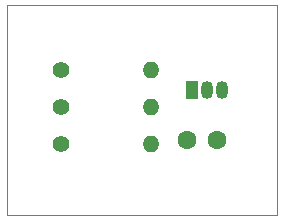
<source format=gbr>
G04 #@! TF.GenerationSoftware,KiCad,Pcbnew,(5.1.2)-2*
G04 #@! TF.CreationDate,2019-08-09T21:51:25-03:00*
G04 #@! TF.ProjectId,Minicurso IEEE,4d696e69-6375-4727-936f-20494545452e,rev?*
G04 #@! TF.SameCoordinates,Original*
G04 #@! TF.FileFunction,Copper,L2,Bot*
G04 #@! TF.FilePolarity,Positive*
%FSLAX46Y46*%
G04 Gerber Fmt 4.6, Leading zero omitted, Abs format (unit mm)*
G04 Created by KiCad (PCBNEW (5.1.2)-2) date 2019-08-09 21:51:25*
%MOMM*%
%LPD*%
G04 APERTURE LIST*
%ADD10C,0.050000*%
%ADD11O,1.400000X1.400000*%
%ADD12C,1.400000*%
%ADD13R,1.050000X1.500000*%
%ADD14O,1.050000X1.500000*%
%ADD15C,1.600000*%
G04 APERTURE END LIST*
D10*
X53340000Y-114300000D02*
X53340000Y-96520000D01*
X76200000Y-114300000D02*
X53340000Y-114300000D01*
X76200000Y-96520000D02*
X76200000Y-114300000D01*
X53340000Y-96520000D02*
X76200000Y-96520000D01*
D11*
X65530000Y-108260000D03*
D12*
X57910000Y-108260000D03*
D11*
X65530000Y-105110000D03*
D12*
X57910000Y-105110000D03*
D11*
X65530000Y-101960000D03*
D12*
X57910000Y-101960000D03*
D13*
X68990000Y-103640000D03*
D14*
X71530000Y-103640000D03*
X70260000Y-103640000D03*
D15*
X71080000Y-107950000D03*
X68580000Y-107950000D03*
M02*

</source>
